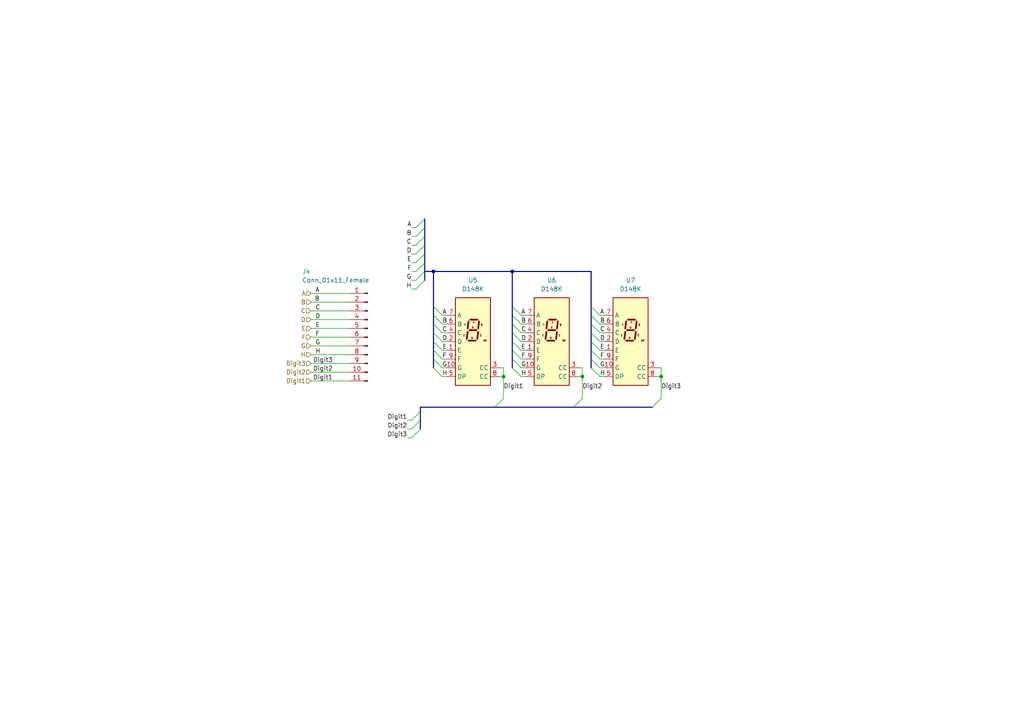
<source format=kicad_sch>
(kicad_sch (version 20211123) (generator eeschema)
  (paper "A4")
  (title_block (title "LightBox - 8 Segment Display") (date "2022-09-27") (rev "0.1") (company "Viniltejo Publicidade, Lda."))
  (lib_symbols
    (symbol "Connector:Conn_01x11_Male" (pin_names (offset 1.016) hide)
      (property "Reference" "J" (at 0 15.24 0))
      (property "Value" "Conn_01x11_Male" (at 0 -15.24 0))
      (symbol "Conn_01x11_Male_1_1"
        (polyline (pts (xy 1.27 -12.7) (xy 0.8636 -12.7)) (stroke (width 0.1524)))
        (polyline (pts (xy 1.27 -10.16) (xy 0.8636 -10.16)) (stroke (width 0.1524)))
        (polyline (pts (xy 1.27 -7.62) (xy 0.8636 -7.62)) (stroke (width 0.1524)))
        (polyline (pts (xy 1.27 -5.08) (xy 0.8636 -5.08)) (stroke (width 0.1524)))
        (polyline (pts (xy 1.27 -2.54) (xy 0.8636 -2.54)) (stroke (width 0.1524)))
        (polyline (pts (xy 1.27 0) (xy 0.8636 0)) (stroke (width 0.1524)))
        (polyline (pts (xy 1.27 2.54) (xy 0.8636 2.54)) (stroke (width 0.1524)))
        (polyline (pts (xy 1.27 5.08) (xy 0.8636 5.08)) (stroke (width 0.1524)))
        (polyline (pts (xy 1.27 7.62) (xy 0.8636 7.62)) (stroke (width 0.1524)))
        (polyline (pts (xy 1.27 10.16) (xy 0.8636 10.16)) (stroke (width 0.1524)))
        (polyline (pts (xy 1.27 12.7) (xy 0.8636 12.7)) (stroke (width 0.1524)))
        (rectangle (start 0.8636 -12.573) (end 0 -12.827) (stroke (width 0.1524)) (fill (type outline)))
        (rectangle (start 0.8636 -10.033) (end 0 -10.287) (stroke (width 0.1524)) (fill (type outline)))
        (rectangle (start 0.8636 -7.493) (end 0 -7.747) (stroke (width 0.1524)) (fill (type outline)))
        (rectangle (start 0.8636 -4.953) (end 0 -5.207) (stroke (width 0.1524)) (fill (type outline)))
        (rectangle (start 0.8636 -2.413) (end 0 -2.667) (stroke (width 0.1524)) (fill (type outline)))
        (rectangle (start 0.8636 0.127) (end 0 -0.127) (stroke (width 0.1524)) (fill (type outline)))
        (rectangle (start 0.8636 2.667) (end 0 2.413) (stroke (width 0.1524)) (fill (type outline)))
        (rectangle (start 0.8636 5.207) (end 0 4.953) (stroke (width 0.1524)) (fill (type outline)))
        (rectangle (start 0.8636 7.747) (end 0 7.493) (stroke (width 0.1524)) (fill (type outline)))
        (rectangle (start 0.8636 10.287) (end 0 10.033) (stroke (width 0.1524)) (fill (type outline)))
        (rectangle (start 0.8636 12.827) (end 0 12.573) (stroke (width 0.1524)) (fill (type outline)))
        (pin passive line (at 5.08 12.7 180) (length 3.81) (name "Pin_1") (number "1"))
        (pin passive line (at 5.08 -10.16 180) (length 3.81) (name "Pin_10") (number "10"))
        (pin passive line (at 5.08 -12.7 180) (length 3.81) (name "Pin_11") (number "11"))
        (pin passive line (at 5.08 10.16 180) (length 3.81) (name "Pin_2") (number "2"))
        (pin passive line (at 5.08 7.62 180) (length 3.81) (name "Pin_3") (number "3"))
        (pin passive line (at 5.08 5.08 180) (length 3.81) (name "Pin_4") (number "4"))
        (pin passive line (at 5.08 2.54 180) (length 3.81) (name "Pin_5") (number "5"))
        (pin passive line (at 5.08 0 180) (length 3.81) (name "Pin_6") (number "6"))
        (pin passive line (at 5.08 -2.54 180) (length 3.81) (name "Pin_7") (number "7"))
        (pin passive line (at 5.08 -5.08 180) (length 3.81) (name "Pin_8") (number "8"))
        (pin passive line (at 5.08 -7.62 180) (length 3.81) (name "Pin_9") (number "9"))
      )
    )
    (symbol "Display_Character:D148K"
      (property "Reference" "U" (at -2.54 13.97 0))
      (property "Value" "D148K" (at 1.27 13.97 0))
      (symbol "D148K_0_0"
        (text "A" (at 0.254 5.588 0) (effects (font (size 0.508 0.508))))
        (text "B" (at 2.54 4.826 0) (effects (font (size 0.508 0.508))))
        (text "C" (at 2.286 1.778 0) (effects (font (size 0.508 0.508))))
        (text "D" (at -0.254 1.016 0) (effects (font (size 0.508 0.508))))
        (text "DP" (at 3.556 0.254 0) (effects (font (size 0.508 0.508))))
        (text "E" (at -2.54 1.778 0) (effects (font (size 0.508 0.508))))
        (text "F" (at -2.286 4.826 0) (effects (font (size 0.508 0.508))))
        (text "G" (at 0 4.064 0) (effects (font (size 0.508 0.508))))
      )
      (symbol "D148K_0_1"
        (rectangle (start -5.08 12.7) (end 5.08 -12.7) (stroke (width 0.254)) (fill (type background)))
        (polyline (pts (xy -1.524 2.794) (xy -1.778 0.762)) (stroke (width 0.508)))
        (polyline (pts (xy -1.27 0.254) (xy 0.762 0.254)) (stroke (width 0.508)))
        (polyline (pts (xy -1.27 5.842) (xy -1.524 3.81)) (stroke (width 0.508)))
        (polyline (pts (xy -1.016 3.302) (xy 1.016 3.302)) (stroke (width 0.508)))
        (polyline (pts (xy -0.762 6.35) (xy 1.27 6.35)) (stroke (width 0.508)))
        (polyline (pts (xy 1.524 2.794) (xy 1.27 0.762)) (stroke (width 0.508)))
        (polyline (pts (xy 1.778 5.842) (xy 1.524 3.81)) (stroke (width 0.508)))
        (polyline (pts (xy 2.54 0.254) (xy 2.54 0.254)) (stroke (width 0.508)))
      )
      (symbol "D148K_1_1"
        (pin input line (at -7.62 -2.54 0) (length 2.54) (name "E") (number "1"))
        (pin input line (at -7.62 -7.62 0) (length 2.54) (name "G") (number "10"))
        (pin input line (at -7.62 0 0) (length 2.54) (name "D") (number "2"))
        (pin input line (at 7.62 -7.62 180) (length 2.54) (name "CC") (number "3"))
        (pin input line (at -7.62 2.54 0) (length 2.54) (name "C") (number "4"))
        (pin input line (at -7.62 -10.16 0) (length 2.54) (name "DP") (number "5"))
        (pin input line (at -7.62 5.08 0) (length 2.54) (name "B") (number "6"))
        (pin input line (at -7.62 7.62 0) (length 2.54) (name "A") (number "7"))
        (pin input line (at 7.62 -10.16 180) (length 2.54) (name "CC") (number "8"))
        (pin input line (at -7.62 -5.08 0) (length 2.54) (name "F") (number "9"))
      )
    )
  )
  (junction (at 125.73 78.74))
  (junction (at 191.77 109.22))
  (junction (at 146.05 109.22))
  (junction (at 148.59 78.74))
  (junction (at 168.91 109.22))
  (bus_entry (at 171.45 106.68) (size 2.54 2.54))
  (bus_entry (at 143.51 118.11) (size 2.54 -2.54))
  (bus_entry (at 148.59 93.98) (size 2.54 2.54))
  (bus_entry (at 120.65 83.82) (size 2.54 -2.54))
  (bus_entry (at 125.73 96.52) (size 2.54 2.54))
  (bus_entry (at 125.73 101.6) (size 2.54 2.54))
  (bus_entry (at 120.65 78.74) (size 2.54 -2.54))
  (bus_entry (at 125.73 99.06) (size 2.54 2.54))
  (bus_entry (at 171.45 91.44) (size 2.54 2.54))
  (bus_entry (at 171.45 96.52) (size 2.54 2.54))
  (bus_entry (at 119.38 124.46) (size 2.54 -2.54))
  (bus_entry (at 148.59 106.68) (size 2.54 2.54))
  (bus_entry (at 125.73 106.68) (size 2.54 2.54))
  (bus_entry (at 171.45 101.6) (size 2.54 2.54))
  (bus_entry (at 171.45 93.98) (size 2.54 2.54))
  (bus_entry (at 125.73 93.98) (size 2.54 2.54))
  (bus_entry (at 125.73 104.14) (size 2.54 2.54))
  (bus_entry (at 148.59 99.06) (size 2.54 2.54))
  (bus_entry (at 171.45 88.9) (size 2.54 2.54))
  (bus_entry (at 171.45 99.06) (size 2.54 2.54))
  (bus_entry (at 119.38 127) (size 2.54 -2.54))
  (bus_entry (at 189.23 118.11) (size 2.54 -2.54))
  (bus_entry (at 120.65 81.28) (size 2.54 -2.54))
  (bus_entry (at 120.65 68.58) (size 2.54 -2.54))
  (bus_entry (at 125.73 91.44) (size 2.54 2.54))
  (bus_entry (at 148.59 88.9) (size 2.54 2.54))
  (bus_entry (at 148.59 101.6) (size 2.54 2.54))
  (bus_entry (at 171.45 104.14) (size 2.54 2.54))
  (bus_entry (at 119.38 121.92) (size 2.54 -2.54))
  (bus_entry (at 166.37 118.11) (size 2.54 -2.54))
  (bus_entry (at 120.65 73.66) (size 2.54 -2.54))
  (bus_entry (at 148.59 91.44) (size 2.54 2.54))
  (bus_entry (at 125.73 88.9) (size 2.54 2.54))
  (bus_entry (at 120.65 76.2) (size 2.54 -2.54))
  (bus_entry (at 120.65 71.12) (size 2.54 -2.54))
  (bus_entry (at 120.65 66.04) (size 2.54 -2.54))
  (bus_entry (at 148.59 96.52) (size 2.54 2.54))
  (bus_entry (at 148.59 104.14) (size 2.54 2.54))
  (bus (pts (xy 121.92 119.38) (xy 121.92 118.11)))
  (wire (pts (xy 90.17 87.63) (xy 101.6 87.63)))
  (wire (pts (xy 168.91 109.22) (xy 168.91 115.57)))
  (wire (pts (xy 128.27 99.06) (xy 129.54 99.06)))
  (wire (pts (xy 191.77 106.68) (xy 190.5 106.68)))
  (wire (pts (xy 128.27 91.44) (xy 129.54 91.44)))
  (bus (pts (xy 148.59 88.9) (xy 148.59 91.44)))
  (bus (pts (xy 143.51 118.11) (xy 166.37 118.11)))
  (wire (pts (xy 167.64 106.68) (xy 168.91 106.68)))
  (wire (pts (xy 128.27 104.14) (xy 129.54 104.14)))
  (bus (pts (xy 148.59 93.98) (xy 148.59 96.52)))
  (wire (pts (xy 173.99 91.44) (xy 175.26 91.44)))
  (wire (pts (xy 151.13 96.52) (xy 152.4 96.52)))
  (wire (pts (xy 90.17 95.25) (xy 101.6 95.25)))
  (wire (pts (xy 168.91 106.68) (xy 168.91 109.22)))
  (wire (pts (xy 151.13 104.14) (xy 152.4 104.14)))
  (bus (pts (xy 148.59 91.44) (xy 148.59 93.98)))
  (wire (pts (xy 90.17 97.79) (xy 101.6 97.79)))
  (bus (pts (xy 123.19 81.28) (xy 123.19 78.74)))
  (wire (pts (xy 119.38 71.12) (xy 120.65 71.12)))
  (bus (pts (xy 171.45 96.52) (xy 171.45 99.06)))
  (bus (pts (xy 171.45 78.74) (xy 171.45 88.9)))
  (bus (pts (xy 148.59 99.06) (xy 148.59 101.6)))
  (wire (pts (xy 168.91 109.22) (xy 167.64 109.22)))
  (bus (pts (xy 171.45 91.44) (xy 171.45 93.98)))
  (bus (pts (xy 123.19 71.12) (xy 123.19 68.58)))
  (bus (pts (xy 123.19 78.74) (xy 125.73 78.74)))
  (wire (pts (xy 146.05 106.68) (xy 146.05 109.22)))
  (wire (pts (xy 118.11 127) (xy 119.38 127)))
  (wire (pts (xy 190.5 109.22) (xy 191.77 109.22)))
  (wire (pts (xy 90.17 110.49) (xy 101.6 110.49)))
  (bus (pts (xy 121.92 118.11) (xy 143.51 118.11)))
  (wire (pts (xy 173.99 101.6) (xy 175.26 101.6)))
  (wire (pts (xy 119.38 76.2) (xy 120.65 76.2)))
  (wire (pts (xy 119.38 83.82) (xy 120.65 83.82)))
  (wire (pts (xy 151.13 91.44) (xy 152.4 91.44)))
  (wire (pts (xy 151.13 93.98) (xy 152.4 93.98)))
  (wire (pts (xy 191.77 109.22) (xy 191.77 106.68)))
  (wire (pts (xy 173.99 109.22) (xy 175.26 109.22)))
  (wire (pts (xy 144.78 109.22) (xy 146.05 109.22)))
  (wire (pts (xy 119.38 68.58) (xy 120.65 68.58)))
  (bus (pts (xy 148.59 101.6) (xy 148.59 104.14)))
  (bus (pts (xy 125.73 93.98) (xy 125.73 96.52)))
  (wire (pts (xy 90.17 92.71) (xy 101.6 92.71)))
  (wire (pts (xy 90.17 102.87) (xy 101.6 102.87)))
  (bus (pts (xy 171.45 93.98) (xy 171.45 96.52)))
  (wire (pts (xy 90.17 85.09) (xy 101.6 85.09)))
  (wire (pts (xy 151.13 99.06) (xy 152.4 99.06)))
  (wire (pts (xy 118.11 124.46) (xy 119.38 124.46)))
  (wire (pts (xy 90.17 90.17) (xy 101.6 90.17)))
  (bus (pts (xy 171.45 99.06) (xy 171.45 101.6)))
  (bus (pts (xy 171.45 88.9) (xy 171.45 91.44)))
  (wire (pts (xy 90.17 107.95) (xy 101.6 107.95)))
  (wire (pts (xy 119.38 66.04) (xy 120.65 66.04)))
  (wire (pts (xy 90.17 105.41) (xy 101.6 105.41)))
  (bus (pts (xy 121.92 124.46) (xy 121.92 121.92)))
  (bus (pts (xy 125.73 101.6) (xy 125.73 104.14)))
  (wire (pts (xy 128.27 106.68) (xy 129.54 106.68)))
  (wire (pts (xy 191.77 109.22) (xy 191.77 115.57)))
  (bus (pts (xy 125.73 99.06) (xy 125.73 101.6)))
  (bus (pts (xy 123.19 76.2) (xy 123.19 73.66)))
  (wire (pts (xy 128.27 101.6) (xy 129.54 101.6)))
  (wire (pts (xy 146.05 109.22) (xy 146.05 115.57)))
  (wire (pts (xy 173.99 104.14) (xy 175.26 104.14)))
  (bus (pts (xy 148.59 78.74) (xy 171.45 78.74)))
  (wire (pts (xy 128.27 93.98) (xy 129.54 93.98)))
  (wire (pts (xy 151.13 101.6) (xy 152.4 101.6)))
  (wire (pts (xy 151.13 106.68) (xy 152.4 106.68)))
  (wire (pts (xy 128.27 96.52) (xy 129.54 96.52)))
  (bus (pts (xy 123.19 68.58) (xy 123.19 66.04)))
  (wire (pts (xy 151.13 109.22) (xy 152.4 109.22)))
  (bus (pts (xy 148.59 78.74) (xy 148.59 88.9)))
  (bus (pts (xy 148.59 96.52) (xy 148.59 99.06)))
  (wire (pts (xy 173.99 96.52) (xy 175.26 96.52)))
  (bus (pts (xy 125.73 88.9) (xy 125.73 91.44)))
  (wire (pts (xy 173.99 99.06) (xy 175.26 99.06)))
  (bus (pts (xy 125.73 96.52) (xy 125.73 99.06)))
  (wire (pts (xy 119.38 73.66) (xy 120.65 73.66)))
  (wire (pts (xy 90.17 100.33) (xy 101.6 100.33)))
  (wire (pts (xy 119.38 78.74) (xy 120.65 78.74)))
  (bus (pts (xy 123.19 66.04) (xy 123.19 63.5)))
  (bus (pts (xy 123.19 73.66) (xy 123.19 71.12)))
  (bus (pts (xy 123.19 78.74) (xy 123.19 76.2)))
  (wire (pts (xy 144.78 106.68) (xy 146.05 106.68)))
  (bus (pts (xy 121.92 121.92) (xy 121.92 119.38)))
  (wire (pts (xy 173.99 93.98) (xy 175.26 93.98)))
  (bus (pts (xy 125.73 78.74) (xy 125.73 88.9)))
  (bus (pts (xy 171.45 104.14) (xy 171.45 106.68)))
  (bus (pts (xy 125.73 104.14) (xy 125.73 106.68)))
  (wire (pts (xy 119.38 81.28) (xy 120.65 81.28)))
  (bus (pts (xy 125.73 91.44) (xy 125.73 93.98)))
  (bus (pts (xy 148.59 104.14) (xy 148.59 106.68)))
  (bus (pts (xy 125.73 78.74) (xy 148.59 78.74)))
  (wire (pts (xy 128.27 109.22) (xy 129.54 109.22)))
  (bus (pts (xy 171.45 101.6) (xy 171.45 104.14)))
  (wire (pts (xy 173.99 106.68) (xy 175.26 106.68)))
  (bus (pts (xy 166.37 118.11) (xy 189.23 118.11)))
  (wire (pts (xy 118.11 121.92) (xy 119.38 121.92)))
  (label "E" (at 119.38 76.2 180))
  (label "F" (at 119.38 78.74 180))
  (label "B" (at 151.13 93.98 0))
  (label "A" (at 119.38 66.04 180))
  (label "Digit3" (at 191.77 113.03 0))
  (label "A" (at 173.99 91.44 0))
  (label "D" (at 151.13 99.06 0))
  (label "B" (at 119.38 68.58 180))
  (label "F" (at 151.13 104.14 0))
  (label "E" (at 151.13 101.6 0))
  (label "E" (at 128.27 101.6 0))
  (label "D" (at 128.27 99.06 0))
  (label "Digit1" (at 118.11 121.92 180))
  (label "H" (at 151.13 109.22 0))
  (label "D" (at 173.99 99.06 0))
  (label "B" (at 92.71 87.63 180))
  (label "D" (at 119.38 73.66 180))
  (label "H" (at 119.38 83.82 180))
  (label "G" (at 91.44 100.33 0))
  (label "C" (at 151.13 96.52 0))
  (label "C" (at 119.38 71.12 180))
  (label "C" (at 128.27 96.52 0))
  (label "B" (at 173.99 93.98 0))
  (label "G" (at 151.13 106.68 0))
  (label "A" (at 92.71 85.09 180))
  (label "Digit2" (at 96.52 107.95 180))
  (label "F" (at 91.44 97.79 0))
  (label "C" (at 91.44 90.17 0))
  (label "Digit2" (at 118.11 124.46 180))
  (label "Digit3" (at 96.52 105.41 180))
  (label "C" (at 173.99 96.52 0))
  (label "A" (at 128.27 91.44 0))
  (label "Digit1" (at 96.52 110.49 180))
  (label "B" (at 128.27 93.98 0))
  (label "H" (at 128.27 109.22 0))
  (label "A" (at 151.13 91.44 0))
  (label "H" (at 91.44 102.87 0))
  (label "Digit1" (at 146.05 113.03 0))
  (label "Digit2" (at 168.91 113.03 0))
  (label "F" (at 128.27 104.14 0))
  (label "G" (at 119.38 81.28 180))
  (label "D" (at 91.44 92.71 0))
  (label "F" (at 173.99 104.14 0))
  (label "H" (at 173.99 109.22 0))
  (label "G" (at 128.27 106.68 0))
  (label "E" (at 91.44 95.25 0))
  (label "Digit3" (at 118.11 127 180))
  (label "G" (at 173.99 106.68 0))
  (label "E" (at 173.99 101.6 0))
  (hierarchical_label "Digit1" (shape input) (at 90.17 110.49 180))
  (hierarchical_label "Digit3" (shape input) (at 90.17 105.41 180))
  (hierarchical_label "G" (shape input) (at 90.17 100.33 180))
  (hierarchical_label "D" (shape input) (at 90.17 92.71 180))
  (hierarchical_label "A" (shape input) (at 90.17 85.09 180))
  (hierarchical_label "H" (shape input) (at 90.17 102.87 180))
  (hierarchical_label "Digit2" (shape input) (at 90.17 107.95 180))
  (hierarchical_label "F" (shape input) (at 90.17 97.79 180))
  (hierarchical_label "B" (shape input) (at 90.17 87.63 180))
  (hierarchical_label "C" (shape input) (at 90.17 90.17 180))
  (hierarchical_label "E" (shape input) (at 90.17 95.25 180))
  (symbol (lib_id "Display_Character:D148K") (at 160.02 99.06 0) (unit 1)
    (property "Reference" "U6" (at 160.02 81.28 0))
    (property "Value" "D148K" (at 160.02 83.82 0))
    (property "Footprint" "Display_7Segment:D1X8K" (effects hide))
    (property "Datasheet" "https://ia800903.us.archive.org/24/items/CTKD1x8K/Cromatek%20D168K.pdf" (effects hide))
  )
  (symbol (lib_id "Connector:Conn_01x11_Male") (at 106.68 97.79 0) (mirror y) (unit 1)
    (property "Reference" "J4" (at 87.63 78.74 0) (effects (justify right)))
    (property "Value" "Conn_01x11_Female" (at 87.63 81.28 0) (effects (justify right)))
    (property "Footprint" "Connector_PinHeader_1.27mm:PinHeader_1x11_P1.27mm_Vertical" (effects hide))
  )
  (symbol (lib_id "Display_Character:D148K") (at 182.88 99.06 0) (unit 1)
    (property "Reference" "U7" (at 182.88 81.28 0))
    (property "Value" "D148K" (at 182.88 83.82 0))
    (property "Footprint" "Display_7Segment:D1X8K" (effects hide))
    (property "Datasheet" "https://ia800903.us.archive.org/24/items/CTKD1x8K/Cromatek%20D168K.pdf" (effects hide))
  )
  (symbol (lib_id "Display_Character:D148K") (at 137.16 99.06 0) (unit 1)
    (property "Reference" "U5" (at 137.16 81.28 0))
    (property "Value" "D148K" (at 137.16 83.82 0))
    (property "Footprint" "Display_7Segment:D1X8K" (effects hide))
    (property "Datasheet" "https://ia800903.us.archive.org/24/items/CTKD1x8K/Cromatek%20D168K.pdf" (effects hide))
  )
)
</source>
